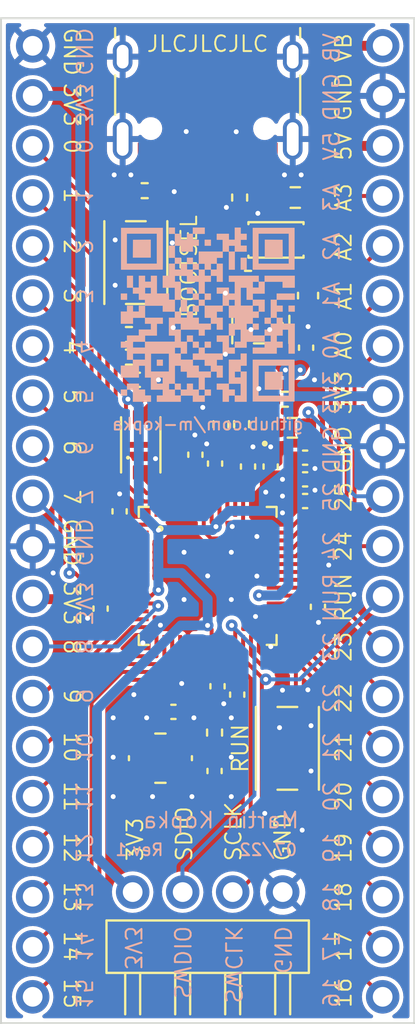
<source format=kicad_pcb>
(kicad_pcb (version 20211014) (generator pcbnew)
  (layers (0 "F.Cu" signal) (31 "B.Cu" signal) (34 "B.Paste" user) (35 "F.Paste" user) (36 "B.SilkS" user "B.Silkscreen") (37 "F.SilkS" user "F.Silkscreen") (38 "B.Mask" user) (39 "F.Mask" user) (44 "Edge.Cuts" user))
  (net 0 "")
  (net 1 "+5V")
  (net 2 "GND")
  (net 3 "+3V3")
  (net 4 "+1V1")
  (net 5 "Net-(C16-Pad1)")
  (net 6 "/MCU and Flash/GPIO0")
  (net 7 "/MCU and Flash/GPIO1")
  (net 8 "/MCU and Flash/GPIO2")
  (net 9 "/MCU and Flash/GPIO3")
  (net 10 "/MCU and Flash/GPIO4")
  (net 11 "/MCU and Flash/GPIO5")
  (net 12 "/MCU and Flash/GPIO6")
  (net 13 "/MCU and Flash/GPIO7")
  (net 14 "VBUS")
  (net 15 "USB_D+")
  (net 16 "USB_D-")
  (net 17 "/MCU and Flash/SWDIO")
  (net 18 "/MCU and Flash/SWCLK")
  (net 19 "Net-(R4-Pad1)")
  (net 20 "/MCU and Flash/GPIO25")
  (net 21 "/MCU and Flash/GPIO22")
  (net 22 "/MCU and Flash/GPIO23")
  (net 23 "Net-(R6-Pad1)")
  (net 24 "/MCU and Flash/GPIO15")
  (net 25 "/MCU and Flash/GPIO14")
  (net 26 "/MCU and Flash/GPIO13")
  (net 27 "/MCU and Flash/GPIO12")
  (net 28 "/MCU and Flash/GPIO11")
  (net 29 "/MCU and Flash/GPIO10")
  (net 30 "/MCU and Flash/GPIO9")
  (net 31 "/MCU and Flash/GPIO8")
  (net 32 "/MCU and Flash/GPIO21")
  (net 33 "/MCU and Flash/GPIO20")
  (net 34 "/MCU and Flash/GPIO19")
  (net 35 "/MCU and Flash/GPIO18")
  (net 36 "/MCU and Flash/GPIO17")
  (net 37 "/MCU and Flash/GPIO16")
  (net 38 "/MCU and Flash/ADC3")
  (net 39 "/MCU and Flash/ADC2")
  (net 40 "/MCU and Flash/ADC1")
  (net 41 "/MCU and Flash/ADC0")
  (net 42 "Net-(R5-Pad1)")
  (net 45 "Net-(J1-PadA5)")
  (net 46 "Net-(D1-Pad1)")
  (net 47 "/MCU and Flash/GPIO24")
  (net 48 "/MCU and Flash/QSPI_SS")
  (net 49 "/MCU and Flash/QSPI_SD1")
  (net 50 "/MCU and Flash/QSPI_SD2")
  (net 51 "/MCU and Flash/QSPI_SD0")
  (net 52 "/MCU and Flash/QSPI_SCLK")
  (net 53 "/MCU and Flash/QSPI_SD3")
  (net 54 "Net-(C15-Pad1)")
  (net 57 "Net-(D1-Pad2)")
  (net 58 "Net-(LED1-Pad1)")
  (net 59 "Net-(J1-PadB5)")
  (net 60 "/MCU and Flash/~{USB_BOOT}")
  (net 61 "/MCU and Flash/~{RUN}")
  (footprint "Resistor_SMD:R_0402_1005Metric" (layer "F.Cu") (at 151.175 90.61 90)
    (fp_text reference "R5" hide)
    (fp_text value "27R" hide)
  )
  (footprint "w-diode:SOD-123LF" (layer "F.Cu") (at 153.97 81.25)
    (fp_text reference "D1" hide)
    (fp_text value "BAT54H" hide)
  )
  (footprint "Capacitor_SMD:C_0402_1005Metric" (layer "F.Cu") (at 155.45 94.5)
    (fp_text reference "C5" hide)
    (fp_text value "100n" hide)
  )
  (footprint "Capacitor_SMD:C_0402_1005Metric" (layer "F.Cu") (at 148.76 105.2)
    (fp_text reference "C16" hide)
    (fp_text value "12p" hide)
  )
  (footprint "Resistor_SMD:R_0402_1005Metric" (layer "F.Cu") (at 154.4225 89.335 180)
    (fp_text reference "R7" hide)
    (fp_text value "1k" hide)
  )
  (footprint "Capacitor_SMD:C_0402_1005Metric" (layer "F.Cu") (at 155.45 92.3)
    (fp_text reference "C11" hide)
    (fp_text value "100n" hide)
  )
  (footprint "Capacitor_SMD:C_0603_1608Metric" (layer "F.Cu") (at 155.6 84.075 -90)
    (fp_text reference "C1" hide)
    (fp_text value "10u" hide)
  )
  (footprint "Connector_PinHeader_2.54mm:PinHeader_1x04_P2.54mm_Horizontal" (layer "F.Cu") (at 154.31 114.345 -90)
    (fp_text reference "J4" hide)
    (fp_text value "DEBUG" hide)
  )
  (footprint "Capacitor_SMD:C_0402_1005Metric" (layer "F.Cu") (at 153.7 92.75 90)
    (fp_text reference "C3" hide)
    (fp_text value "1u" hide)
  )
  (footprint "Resistor_SMD:R_0402_1005Metric" (layer "F.Cu") (at 152.225 90.6 90)
    (fp_text reference "R6" hide)
    (fp_text value "27R" hide)
  )
  (footprint "Resistor_SMD:R_0402_1005Metric" (layer "F.Cu") (at 152.125 79.1 -90)
    (fp_text reference "R2" hide)
    (fp_text value "5k1" hide)
  )
  (footprint "Capacitor_SMD:C_0402_1005Metric" (layer "F.Cu") (at 149.875 92.15 90)
    (fp_text reference "C14" hide)
    (fp_text value "100n" hide)
  )
  (footprint "Resistor_SMD:R_0402_1005Metric" (layer "F.Cu") (at 146.5 87.2)
    (fp_text reference "R8" hide)
    (fp_text value "10k" hide)
  )
  (footprint "w-ic:QFN-56 7x7mm P0.4mm" (layer "F.Cu") (at 150.5 98.3)
    (fp_text reference "U2" hide)
    (fp_text value "RP2040" hide)
  )
  (footprint "Resistor_SMD:R_0402_1005Metric" (layer "F.Cu") (at 147.3 78.75 180)
    (fp_text reference "R1" hide)
    (fp_text value "5k1" hide)
  )
  (footprint "w-opto:LED 0603" (layer "F.Cu") (at 154.8 90.785)
    (fp_text reference "LED1" hide)
    (fp_text value "USR_LED" hide)
  )
  (footprint "Capacitor_SMD:C_0402_1005Metric" (layer "F.Cu") (at 150.85 108.2 -90)
    (fp_text reference "C15" hide)
    (fp_text value "12p" hide)
  )
  (footprint "w-switch:Tactile Switch 4.2x3.2mm" (layer "F.Cu") (at 146.85 82.4 -90)
    (fp_text reference "SW1" hide)
    (fp_text value "BOOTSEL" hide)
  )
  (footprint "Capacitor_SMD:C_0402_1005Metric" (layer "F.Cu") (at 146.95 88.35)
    (fp_text reference "C17" hide)
    (fp_text value "100n" hide)
  )
  (footprint "Resistor_SMD:R_0402_1005Metric" (layer "F.Cu") (at 150.85 106.25 -90)
    (fp_text reference "R4" hide)
    (fp_text value "1k" hide)
  )
  (footprint "Capacitor_SMD:C_0402_1005Metric" (layer "F.Cu") (at 151 103.9 -90)
    (fp_text reference "C8" hide)
    (fp_text value "100n" hide)
  )
  (footprint "w-crystal:Crystal 3225 3.2x2.5mm 4pin" (layer "F.Cu") (at 148.1 107.55 180)
    (fp_text reference "Y1" hide)
    (fp_text value "12MHz" hide)
  )
  (footprint "w-connector:USB4105" (layer "F.Cu") (at 150.5 73.4 180)
    (fp_text reference "J1" hide)
    (fp_text value "USB4105" hide)
  )
  (footprint "Capacitor_SMD:C_0402_1005Metric" (layer "F.Cu") (at 155.5 86.72 90)
    (fp_text reference "C2" hide)
    (fp_text value "1u" hide)
  )
  (footprint "w-ic:USON-8 2x3mm" (layer "F.Cu") (at 147.1 91.65 90)
    (fp_text reference "U3" hide)
    (fp_text value "W25Q16JV" hide)
  )
  (footprint "Capacitor_SMD:C_0402_1005Metric" (layer "F.Cu") (at 146.025 95.025 90)
    (fp_text reference "C9" hide)
    (fp_text value "100n" hide)
  )
  (footprint "w-switch:Tactile Switch 4.2x3.2mm" (layer "F.Cu") (at 154.55 107.05 90)
    (fp_text reference "SW2" hide)
    (fp_text value "RUN" hide)
  )
  (footprint "Capacitor_SMD:C_0402_1005Metric" (layer "F.Cu") (at 145.06 99.96 -90)
    (fp_text reference "C6" hide)
    (fp_text value "100n" hide)
  )
  (footprint "Resistor_SMD:R_0402_1005Metric" (layer "F.Cu") (at 146.5 86.05)
    (fp_text reference "R9" hide)
    (fp_text value "1k" hide)
  )
  (footprint "Capacitor_SMD:C_0402_1005Metric" (layer "F.Cu") (at 152 104.325 -90)
    (fp_text reference "C13" hide)
    (fp_text value "100n" hide)
  )
  (footprint "Capacitor_SMD:C_0402_1005Metric" (layer "F.Cu") (at 156.1 99.87 -90)
    (fp_text reference "C7" hide)
    (fp_text value "100n" hide)
  )
  (footprint "Capacitor_SMD:C_0402_1005Metric" (layer "F.Cu") (at 152.55 92.75 90)
    (fp_text reference "C12" hide)
    (fp_text value "1u" hide)
  )
  (footprint "Resistor_SMD:R_0603_1608Metric" (layer "F.Cu") (at 154.95 79.1)
    (fp_text reference "F1" hide)
    (fp_text value "200mA" hide)
  )
  (footprint "w-ic:SOT-23-5L" (layer "F.Cu") (at 153.2 85.8 -90)
    (fp_text reference "U1" hide)
    (fp_text value "TLV743P" hide)
  )
  (footprint "Resistor_SMD:R_0402_1005Metric" (layer "F.Cu") (at 152.55 83.2)
    (fp_text reference "FB1" hide)
    (fp_text value "100 @ 100MHz" hide)
  )
  (footprint "Capacitor_SMD:C_0402_1005Metric" (layer "F.Cu") (at 150.875 92.6 90)
    (fp_text reference "C4" hide)
    (fp_text value "100n" hide)
  )
  (footprint "Capacitor_SMD:C_0402_1005Metric" (layer "F.Cu") (at 155.45 93.4)
    (fp_text reference "C10" hide)
    (fp_text value "100n" hide)
  )
  (footprint "Connector_PinHeader_2.54mm:PinHeader_1x20_P2.54mm_Vertical" (layer "B.Cu") (at 159.39 71.4 180)
    (fp_text reference "J3" hide)
    (fp_text value "HEADER" hide)
  )
  (footprint "Connector_PinHeader_2.54mm:PinHeader_1x20_P2.54mm_Vertical" (layer "B.Cu") (at 141.61 71.4 180)
    (fp_text reference "J2" hide)
    (fp_text value "HEADER" hide)
  )
  (footprint "LOGO" (layer "B.Cu") (at 150.5 85.05 180)
    (fp_text reference "G***" hide)
    (fp_text value "LOGO" hide)
  )
  (gr_line (start 140 121) (end 140 70) (layer "Edge.Cuts") (width 0.1))
  (gr_line (start 161 70) (end 161 121) (layer "Edge.Cuts") (width 0.1))
  (gr_line (start 161 121) (end 140 121) (layer "Edge.Cuts") (width 0.1))
  (gr_line (start 140 70) (end 161 70) (layer "Edge.Cuts") (width 0.1))
  (gr_text "SWCLK" (at 151.8 116 270) (layer "B.SilkS") (effects (font (size 0.8 0.8) (thickness 0.1)) (justify right mirror)))
  (gr_text "3" (at 144.2 84.1 -90) (layer "B.SilkS") (effects (font (size 0.8 0.8) (thickness 0.1)) (justify mirror)))
  (gr_text "A3" (at 156.8 79.1 90) (layer "B.SilkS") (effects (font (size 0.8 0.8) (thickness 0.1)) (justify mirror)))
  (gr_text "6" (at 144.2 91.8 270) (layer "B.SilkS") (effects (font (size 0.8 0.8) (thickness 0.1)) (justify mirror)))
  (gr_text "11" (at 144.2 109.5 -90) (layer "B.SilkS") (effects (font (size 0.8 0.8) (thickness 0.1)) (justify mirror)))
  (gr_text "7" (at 144.2 94.3 -90) (layer "B.SilkS") (effects (font (size 0.8 0.8) (thickness 0.1)) (justify mirror)))
  (gr_text "8" (at 144.2 101.9 -90) (layer "B.SilkS") (effects (font (size 0.8 0.8) (thickness 0.1)) (justify mirror)))
  (gr_text "3V3" (at 144.2 74.4 -90) (layer "B.SilkS") (effects (font (size 0.8 0.8) (thickness 0.1)) (justify mirror)))
  (gr_text "GND" (at 144.2 96.6 -90) (layer "B.SilkS") (effects (font (size 0.8 0.8) (thickness 0.1)) (justify mirror)))
  (gr_text "RUN" (at 156.8 99.4 90) (layer "B.SilkS") (effects (font (size 0.8 0.8) (thickness 0.1)) (justify mirror)))
  (gr_text "17" (at 156.8 117.1 90) (layer "B.SilkS") (effects (font (size 0.8 0.8) (thickness 0.1)) (justify mirror)))
  (gr_text "GND" (at 156.8 74 90) (layer "B.SilkS") (effects (font (size 0.8 0.8) (thickness 0.1)) (justify mirror)))
  (gr_text "9" (at 144.2 104.4 -90) (layer "B.SilkS") (effects (font (size 0.8 0.8) (thickness 0.1)) (justify mirror)))
  (gr_text "10" (at 144.2 107 -90) (layer "B.SilkS") (effects (font (size 0.8 0.8) (thickness 0.1)) (justify mirror)))
  (gr_text "SWDIO" (at 149.2 116 270) (layer "B.SilkS") (effects (font (size 0.8 0.8) (thickness 0.1)) (justify right mirror)))
  (gr_text "A0" (at 156.8 86.6 90) (layer "B.SilkS") (effects (font (size 0.8 0.8) (thickness 0.1)) (justify mirror)))
  (gr_text "5V" (at 156.8 76.5 90) (layer "B.SilkS") (effects (font (size 0.8 0.8) (thickness 0.1)) (justify mirror)))
  (gr_text "5" (at 144.2 89.2 -90) (layer "B.SilkS") (effects (font (size 0.8 0.8) (thickness 0.1)) (justify mirror)))
  (gr_text "Martin Kopka" (at 155.2 110.7) (layer "B.SilkS") (effects (font (size 0.8 0.8) (thickness 0.1)) (justify left mirror)))
  (gr_text "22" (at 156.8 104.5 90) (layer "B.SilkS") (effects (font (size 0.8 0.8) (thickness 0.1)) (justify mirror)))
  (gr_text "25" (at 156.8 94.3 90) (layer "B.SilkS") (effects (font (size 0.8 0.8) (thickness 0.1)) (justify mirror)))
  (gr_text "A1" (at 156.8 84.1 90) (layer "B.SilkS") (effects (font (size 0.8 0.8) (thickness 0.1)) (justify mirror)))
  (gr_text "21" (at 156.8 107 90) (layer "B.SilkS") (effects (font (size 0.8 0.8) (thickness 0.1)) (justify mirror)))
  (gr_text "24" (at 156.8 96.8 90) (layer "B.SilkS") (effects (font (size 0.8 0.8) (thickness 0.1)) (justify mirror)))
  (gr_text "20" (at 156.8 109.5 90) (layer "B.SilkS") (effects (font (size 0.8 0.8) (thickness 0.1)) (justify mirror)))
  (gr_text "4" (at 144.2 86.7 -90) (layer "B.SilkS") (effects (font (size 0.8 0.8) (thickness 0.1)) (justify mirror)))
  (gr_text "github.com/m-kopka" (at 150.5 90.6) (layer "B.SilkS") (effects (font (size 0.6 0.6) (thickness 0.1)) (justify mirror)))
  (gr_text "14" (at 144.2 117.1 -90) (layer "B.SilkS") (effects (font (size 0.8 0.8) (thickness 0.1)) (justify mirror)))
  (gr_text "VB" (at 156.8 71.5 90) (layer "B.SilkS") (effects (font (size 0.8 0.8) (thickness 0.1)) (justify mirror)))
  (gr_text "3V3" (at 146.7 116 270) (layer "B.SilkS") (effects (font (size 0.8 0.8) (thickness 0.1)) (justify right mirror)))
  (gr_text "07/22" (at 155.1 112.2) (layer "B.SilkS") (effects (font (size 0.6 0.6) (thickness 0.1)) (justify left mirror)))
  (gr_text "12" (at 144.2 112.1 -90) (layer "B.SilkS") (effects (font (size 0.8 0.8) (thickness 0.1)) (justify mirror)))
  (gr_text "23" (at 156.8 101.9 90) (layer "B.SilkS") (effects (font (size 0.8 0.8) (thickness 0.1)) (justify mirror)))
  (gr_text "3V3" (at 144.2 99.7 -90) (layer "B.SilkS") (effects (font (size 0.8 0.8) (thickness 0.1)) (justify mirror)))
  (gr_text "16" (at 156.8 119.45 90) (layer "B.SilkS") (effects (font (size 0.8 0.8) (thickness 0.1)) (justify mirror)))
  (gr_text "18" (at 156.8 114.6 90) (layer "B.SilkS") (effects (font (size 0.8 0.8) (thickness 0.1)) (justify mirror)))
  (gr_text "13" (at 144.2 114.6 -90) (layer "B.SilkS") (effects (font (size 0.8 0.8) (thickness 0.1)) (justify mirror)))
  (gr_text "GND" (at 156.8 91.9 90) (layer "B.SilkS") (effects (font (size 0.8 0.8) (thickness 0.1)) (justify mirror)))
  (gr_text "0" (at 144.2 76.5 -90) (layer "B.SilkS") (effects (font (size 0.8 0.8) (thickness 0.1)) (justify mirror)))
  (gr_text "2" (at 144.2 81.6 -90) (layer "B.SilkS") (effects (font (size 0.8 0.8) (thickness 0.1)) (justify mirror)))
  (gr_text "3V3" (at 156.8 89 90) (layer "B.SilkS") (effects (font (size 0.8 0.8) (thickness 0.1)) (justify mirror)))
  (gr_text "Rev.1" (at 145.75 112.2) (layer "B.SilkS") (effects (font (size 0.6 0.6) (thickness 0.1)) (justify right mirror)))
  (gr_text "15" (at 144.2 119.5 -90) (layer "B.SilkS") (effects (font (size 0.8 0.8) (thickness 0.1)) (justify mirror)))
  (gr_text "A2" (at 156.8 81.6 90) (layer "B.SilkS") (effects (font (size 0.8 0.8) (thickness 0.1)) (justify mirror)))
  (gr_text "19" (at 156.8 112.1 90) (layer "B.SilkS") (effects (font (size 0.8 0.8) (thickness 0.1)) (justify mirror)))
  (gr_text "GND" (at 154.3 116 270) (layer "B.SilkS") (effects (font (size 0.8 0.8) (thickness 0.1)) (justify right mirror)))
  (gr_text "GND" (at 144.2 71.7 -90) (layer "B.SilkS") (effects (font (size 0.8 0.8) (thickness 0.1)) (justify mirror)))
  (gr_text "1" (at 144.2 79 -90) (layer "B.SilkS") (effects (font (size 0.8 0.8) (thickness 0.1)) (justify mirror)))
  (gr_text "20" (at 157.4 109.5 90) (layer "F.SilkS") (effects (font (size 0.8 0.8) (thickness 0.1))))
  (gr_text "A1" (at 157.4 84.1 90) (layer "F.SilkS") (effects (font (size 0.8 0.8) (thickness 0.1))))
  (gr_text "SCLK" (at 151.81 112.845 90) (layer "F.SilkS") (effects (font (size 0.8 0.8) (thickness 0.1)) (justify left)))
  (gr_text "RUN" (at 152.15 107.05 90) (layer "F.SilkS") (effects (font (size 0.8 0.8) (thickness 0.1))))
  (gr_text "5V" (at 157.4 76.5 90) (layer "F.SilkS") (effects (font (size 0.8 0.8) (thickness 0.1))))
  (gr_text "12" (at 143.6 112.1 270) (layer "F.SilkS") (effects (font (size 0.8 0.8) (thickness 0.1))))
  (gr_text "GND" (at 143.6 71.7 270) (layer "F.SilkS") (effects (font (size 0.8 0.8) (thickness 0.1))))
  (gr_text "25" (at 157.4 94.3 90) (layer "F.SilkS") (effects (font (size 0.8 0.8) (thickness 0.1))))
  (gr_text "GND" (at 157.4 74 90) (layer "F.SilkS") (effects (font (size 0.8 0.8) (thickness 0.1))))
  (gr_text "24" (at 157.4 96.8 90) (layer "F.SilkS") (effects (font (size 0.8 0.8) (thickness 0.1))))
  (gr_text "GND" (at 154.31 112.845 90) (layer "F.SilkS") (effects (font (size 0.8 0.8) (thickness 0.1)) (justify left)))
  (gr_text "2" (at 143.6 81.6 270) (layer "F.SilkS") (effects (font (size 0.8 0.8) (thickness 0.1))))
  (gr_text "0" (at 143.6 76.5 270) (layer "F.SilkS") (effects (font (size 0.8 0.8) (thickness 0.1))))
  (gr_text "RUN" (at 157.4 99.4 90) (layer "F.SilkS") (effects (font (size 0.8 0.8) (thickness 0.1))))
  (gr_text "23" (at 157.4 101.9 90) (layer "F.SilkS") (effects (font (size 0.8 0.8) (thickness 0.1))))
  (gr_text "16" (at 157.4 119.45 90) (layer "F.SilkS") (effects (font (size 0.8 0.8) (thickness 0.1))))
  (gr_text "3V3" (at 157.4 89 90) (layer "F.SilkS") (effects (font (size 0.8 0.8) (thickness 0.1))))
  (gr_text "9" (at 143.6 104.4 270) (layer "F.SilkS") (effects (font (size 0.8 0.8) (thickness 0.1))))
  (gr_text "3" (at 143.6 84.1 270) (layer "F.SilkS") (effects (font (size 0.8 0.8) (thickness 0.1))))
  (gr_text "4" (at 143.6 86.7 270) (layer "F.SilkS") (effects (font (size 0.8 0.8) (thickness 0.1))))
  (gr_text "7" (at 143.6 94.3 270) (layer "F.SilkS") (effects (font (size 0.8 0.8) (thickness 0.1))))
  (gr_text "A0" (at 157.4 86.6 90) (layer "F.SilkS") (effects (font (size 0.8 0.8) (thickness 0.1))))
  (gr_text "11" (at 143.6 109.5 270) (layer "F.SilkS") (effects (font (size 0.8 0.8) (thickness 0.1))))
  (gr_text "JLCJLCJLC" (at 150.5 71.3) (layer "F.SilkS") (effects (font (size 0.8 0.8) (thickness 0.1))))
  (gr_text "GND" (at 143.6 96.6 270) (layer "F.SilkS") (effects (font (size 0.8 0.8) (thickness 0.1))))
  (gr_text "A3" (at 157.4 79.1 90) (layer "F.SilkS") (effects (font (size 0.8 0.8) (thickness 0.1))))
  (gr_text "18" (at 157.4 114.6 90) (layer "F.SilkS") (effects (font (size 0.8 0.8) (thickness 0.1))))
  (gr_text "8" (at 143.6 101.9 270) (layer "F.SilkS") (effects (font (size 0.8 0.8) (thickness 0.1))))
  (gr_text "3V3" (at 143.6 74.4 270) (layer "F.SilkS") (effects (font (size 0.8 0.8) (thickness 0.1))))
  (gr_text "10" (at 143.6 107 270) (layer "F.SilkS") (effects (font (size 0.8 0.8) (thickness 0.1))))
  (gr_text "14" (at 143.6 117.1 270) (layer "F.SilkS") (effects (font (size 0.8 0.8) (thickness 0.1))))
  (gr_text "1" (at 143.6 79 270) (layer "F.SilkS") (effects (font (size 0.8 0.8) (thickness 0.1))))
  (gr_text "22" (at 157.4 104.5 90) (layer "F.SilkS") (effects (font (size 0.8 0.8) (thickness 0.1))))
  (gr_text "17" (at 157.4 117.1 90) (layer "F.SilkS") (effects (font (size 0.8 0.8) (thickness 0.1))))
  (gr_text "15" (at 143.6 119.5 270) (layer "F.SilkS") (effects (font (size 0.8 0.8) (thickness 0.1))))
  (gr_text "13" (at 143.6 114.6 270) (layer "F.SilkS") (effects (font (size 0.8 0.8) (thickness 0.1))))
  (gr_text "VB" (at 157.4 71.5 90) (layer "F.SilkS") (effects (font (size 0.8 0.8) (thickness 0.1))))
  (gr_text "19" (at 157.4 112.1 90) (layer "F.SilkS") (effects (font (size 0.8 0.8) (thickness 0.1))))
  (gr_text "A2" (at 157.4 81.6 90) (layer "F.SilkS") (effects (font (size 0.8 0.8) (thickness 0.1))))
  (gr_text "3V3" (at 146.81 112.845 90) (layer "F.SilkS") (effects (font (size 0.8 0.8) (thickness 0.1)) (justify left)))
  (gr_text "21" (at 157.4 107 90) (layer "F.SilkS") (effects (font (size 0.8 0.8) (thickness 0.1))))
  (gr_text "BOOTSEL" (at 149.55 82.6 90) (layer "F.SilkS") (effects (font (size 0.8 0.8) (thickness 0.1))))
  (gr_text "3V3" (at 143.6 99.7 270) (layer "F.SilkS") (effects (font (size 0.8 0.8) (thickness 0.1))))
  (gr_text "SDIO" (at 149.31 112.845 90) (layer "F.SilkS") (effects (font (size 0.8 0.8) (thickness 0.1)) (justify left)))
  (gr_text "GND" (at 157.4 91.9 90) (layer "F.SilkS") (effects (font (size 0.8 0.8) (thickness 0.1))))
  (gr_text "5" (at 143.6 89.2 270) (layer "F.SilkS") (effects (font (size 0.8 0.8) (thickness 0.1))))
  (gr_text "6" (at 143.6 91.8 270) (layer "F.SilkS") (effects (font (size 0.8 0.8) (thickness 0.1))))
  (segment (start 155.6 83.3) (end 155.8 83.5) (width 0.5) (layer "F.Cu") (net 1))
  (segment (start 157.2 82.3) (end 157.2 77.16) (width 0.5) (layer "F.Cu") (net 1))
  (segment (start 156.375 83.125) (end 157.2 82.3) (width 0.5) (layer "F.Cu") (net 1))
  (segment (start 155.6 83.125) (end 156.375 83.125) (width 0.5) (layer "F.Cu") (net 1))
  (segment (start 153.1 83.2) (end 153.11 83.2) (width 0.2) (layer "F.Cu") (net 1))
  (segment (start 152.25 84.05) (end 153.1 83.2) (width 0.2) (layer "F.Cu") (net 1))
  (segment (start 157.88 76.48) (end 159.39 76.48) (width 0.5) (layer "F.Cu") (net 1))
  (segment (start 152.25 84.65) (end 152.25 84.05) (width 0.2) (layer "F.Cu") (net 1))
  (segment (start 157.2 77.16) (end 157.88 76.48) (width 0.5) (layer "F.Cu") (net 1))
  (segment (start 155.8 83.5) (end 156 83.5) (width 0.5) (layer "F.Cu") (net 1))
  (segment (start 156 83.5) (end 156.375 83.125) (width 0.5) (layer "F.Cu") (net 1))
  (via (at 147.4 105.5) (size 0.6) (drill 0.25) (layers "F.Cu" "B.Cu") (net 2))
  (via (at 148.1 100.8) (size 0.6) (drill 0.25) (layers "F.Cu" "B.Cu") (net 2))
  (via (at 152.7 85.8) (size 0.6) (drill 0.25) (layers "F.Cu" "B.Cu") (net 2))
  (via (at 148 88.35) (size 0.6) (drill 0.25) (layers "F.Cu" "B.Cu") (net 2))
  (via (at 151.7 97.1) (size 0.6) (drill 0.25) (layers "F.Cu" "B.Cu") (net 2))
  (via (at 149.41 75.75) (size 0.6) (drill 0.25) (layers "F.Cu" "B.Cu") (net 2))
  (via (at 145.8 81.25) (size 0.6) (drill 0.25) (layers "F.Cu" "B.Cu") (net 2))
  (via (at 148.75 85.7) (size 0.6) (drill 0.25) (layers "F.Cu" "B.Cu") (net 2))
  (via (at 150.45 91.6) (size 0.6) (drill 0.25) (layers "F.Cu" "B.Cu") (net 2))
  (via (at 145.75 77.95) (size 0.6) (drill 0.25) (layers "F.Cu" "B.Cu") (net 2))
  (via (at 151.7 107.5) (size 0.6) (drill 0.25) (layers "F.Cu" "B.Cu") (net 2))
  (via (at 155.59 104.08) (size 0.6) (drill 0.25) (layers "F.Cu" "B.Cu") (net 2))
  (via (at 151.746532 95.794279) (size 0.6) (drill 0.25) (layers "F.Cu" "B.Cu") (net 2))
  (via (at 155.75 108.2) (size 0.6) (drill 0.25) (layers "F.Cu" "B.Cu") (net 2))
  (via (at 153.7 91.75) (size 0.6) (drill 0.25) (layers "F.Cu" "B.Cu") (net 2))
  (via (at 147.85 92.35) (size 0.6) (drill 0.25) (layers "F.Cu" "B.Cu") (net 2))
  (via (at 153.705189 101.887355) (size 0.6) (drill 0.25) (layers "F.Cu" "B.Cu") (net 2))
  (via (at 154.3 104.1) (size 0.6) (drill 0.25) (layers "F.Cu" "B.Cu") (net 2))
  (via (at 149.85 91.15) (size 0.6) (drill 0.25) (layers "F.Cu" "B.Cu") (net 2))
  (via (at 153.4 110.35) (size 0.6) (drill 0.25) (layers "F.Cu" "B.Cu") (net 2))
  (via (at 146.6 77.95) (size 0.6) (drill 0.25) (layers "F.Cu" "B.Cu") (net 2))
  (via (at 155.3 111.2) (size 0.6) (drill 0.25) (layers "F.Cu" "B.Cu") (net 2))
  (via (at 151.45 79.6) (size 0.6) (drill 0.25) (layers "F.Cu" "B.Cu") (net 2))
  (via (at 155.925 88.35) (size 0.6) (drill 0.25) (layers "F.Cu" "B.Cu") (net 2))
  (via (at 144.4 100.45) (size 0.6) (drill 0.25) (layers "F.Cu" "B.Cu") (net 2))
  (via (at 151.4 83.95) (size 0.6) (drill 0.25) (layers "F.Cu" "B.Cu") (net 2))
  (via (at 145.7 109.5) (size 0.6) (drill 0.25) (layers "F.Cu" "B.Cu") (net 2))
  (via (at 146.026114 94.138942) (size 0.6) (drill 0.25) (layers "F.Cu" "B.Cu") (net 2))
  (via (at 153.1 88.8) (size 0.6) (drill 0.25) (layers "F.Cu" "B.Cu") (net 2))
  (via (at 149.8 105.5) (size 0.6) (drill 0.25) (layers "F.Cu" "B.Cu") (net 2))
  (via (at 151.7 105.5) (size 0.6) (drill 0.25) (layers "F.Cu" "B.Cu") (net 2))
  (via (at 151.317333 104.786074) (size 0.6) (drill 0.25) (layers "F.Cu" "B.Cu") (net 2))
  (via (at 147.7 109.5) (size 0.6) (drill 0.25) (layers "F.Cu" "B.Cu") (net 2))
  (via (at 147.20854 101.7) (size 0.6) (drill 0.25) (layers "F.Cu" "B.Cu") (net 2))
  (via (at 142.65 98.15) (size 0.6) (drill 0.25) (layers "F.Cu" "B.Cu") (net 2))
  (via (at 145.7 105.5) (size 0.6) (drill 0.25) (layers "F.Cu" "B.Cu") (net 2))
  (via (at 149.7 109.5) (size 0.6) (drill 0.25) (layers "F.Cu" "B.Cu") (net 2))
  (via (at 155.95 93.95) (size 0.6) (drill 0.25) (layers "F.Cu" "B.Cu") (net 2))
  (via (at 155.95 92.85) (size 0.6) (drill 0.25) (layers "F.Cu" "B.Cu") (net 2))
  (via (at 149.3 99.5) (size 0.6) (drill 0.25) (layers "F.Cu" "B.Cu") (net 2))
  (via (at 154.4 77.95) (size 0.6) (drill 0.25) (layers "F.Cu" "B.Cu") (net 2))
  (via (at 153 98.31) (size 0.6) (drill 0.25) (layers "F.Cu" "B.Cu") (net 2))
  (via (at 151.7 99.5) (size 0.6) (drill 0.25) (layers "F.Cu" "B.Cu") (net 2))
  (via (at 156.65 97.75) (size 0.6) (drill 0.25) (layers "F.Cu" "B.Cu") (net 2))
  (via (at 149.3 97.1) (size 0.6) (drill 0.25) (layers "F.Cu" "B.Cu") (net 2))
  (via (at 151.4 87.05) (size 0.6) (drill 0.25) (layers "F.Cu" "B.Cu") (net 2))
  (via (at 157.93 99.24) (size 0.6) (drill 0.25) (layers "F.Cu" "B.Cu") (net 2))
  (via (at 151.7 109.5) (size 0.6) (drill 0.25) (layers "F.Cu" "B.Cu") (net 2))
  (via (at 148.7 81.4) (size 0.6) (drill 0.25) (layers "F.Cu" "B.Cu") (net 2))
  (via (at 148.8 78.8) (size 0.6) (drill 0.25) (layers "F.Cu" "B.Cu") (net 2))
  (via (at 153.65 85.8) (size 0.6) (drill 0.25) (layers "F.Cu" "B.Cu") (net 2))
  (via (at 153.05 79.9) (size 0.6) (drill 0.25) (layers "F.Cu" "B.Cu") (net 2))
  (via (at 153 96.3) (size 0.6) (drill 0.25) (layers "F.Cu" "B.Cu") (net 2))
  (via (at 155.75 105.9) (size 0.6) (drill 0.25) (layers "F.Cu" "B.Cu") (net 2))
  (via (at 150.25 89.75) (size 0.6) (drill 0.25) (layers "F.Cu" "B.Cu") (net 2))
  (via (at 152.8 91.75) (size 0.6) (drill 0.25) (layers "F.Cu" "B.Cu") (net 2))
  (via (at 155.6 85.65) (size 0.6) (drill 0.25) (layers "F.Cu" "B.Cu") (net 2))
  (via (at 145.7 107.5) (size 0.6) (drill 0.25) (layers "F.Cu" "B.Cu") (net 2))
  (via (at 152.93 100.36) (size 0.6) (drill 0.25) (layers "F.Cu" "B.Cu") (net 2))
  (via (at 156.13 100.66) (size 0.6) (drill 0.25) (layers "F.Cu" "B.Cu") (net 2))
  (via (at 149.18 103.76) (size 0.6) (drill 0.25) (layers "F.Cu" "B.Cu") (net 2))
  (via (at 154.15 106) (size 0.6) (drill 0.25) (layers "F.Cu" "B.Cu") (net 2))
  (via (at 155.25 77.95) (size 0.6) (drill 0.25) (layers "F.Cu" "B.Cu") (net 2))
  (via (at 151.95 75.76) (size 0.6) (drill 0.25) (layers "F.Cu" "B.Cu") (net 2))
  (via (at 146.75 104.325) (size 0.6) (drill 0.25) (layers "F.Cu" "B.Cu") (net 2))
  (via (at 145.8 83.55) (size 0.6) (drill 0.25) (layers "F.Cu" "B.Cu") (net 2))
  (via (at 150.5 98.3) (size 0.6) (drill 0.25) (layers "F.Cu" "B.Cu") (net 2))
  (segment (start 146.47 87.74) (end 147.01 87.2) (width 0.2) (layer "F.Cu") (net 3))
  (segment (start 151 103) (end 151 103.42) (width 0.2) (layer "F.Cu") (net 3))
  (segment (start 150.7 93.85) (end 150.7 93.28) (width 0.2) (layer "F.Cu") (net 3))
  (segment (start 150.7 102.7) (end 151 103) (width 0.2) (layer "F.Cu") (net 3))
  (segment (start 150.92 95.80098) (end 150.7 95.58098) (width 0.2) (layer "F.Cu") (net 3))
  (segment (start 147.0625 95.7) (end 146.22 95.7) (width 0.2) (layer "F.Cu") (net 3))
  (segment (start 147.0625 99.3) (end 145.24 99.3) (width 0.2) (layer "F.Cu") (net 3))
  (segment (start 145.06 99.48) (end 141.75 99.48) (width 0.5) (layer "F.Cu") (net 3))
  (segment (start 145.24 99.3) (end 145.06 99.48) (width 0.2) (layer "F.Cu") (net 3))
  (segment (start 153.9375 99.3) (end 156.1 99.3) (width 0.2) (layer "F.Cu") (net 3))
  (segment (start 147.998124 99.017788) (end 147.928488 99.017788) (width 0.2) (layer "F.Cu") (net 3))
  (segment (start 146.45 88.37) (end 146.47 88.35) (width 0.2) (layer "F.Cu") (net 3))
  (segment (start 147.646276 99.3) (end 147.0625 99.3) (width 0.2) (layer "F.Cu") (net 3))
  (segment (start 151.1 94.8625) (end 151.1 93.8) (width 0.2) (layer "F.Cu") (net 3))
  (segment (start 146.47 88.35) (end 146.47 87.74) (width 0.2) (layer "F.Cu") (net 3))
  (segment (start 146.35 89.2) (end 146.35 90.1) (width 0.2) (layer "F.Cu") (net 3))
  (segment (start 150.496044 100.813626) (end 150.7 101.017582) (width 0.2) (layer "F.Cu") (net 3))
  (segment (start 150.7 101.017582) (end 150.7 101.7375) (width 0.2) (layer "F.Cu") (net 3))
  (segment (start 150.75 93.8) (end 150.7 93.85) (width 0.2) (layer "F.Cu") (net 3))
  (segment (start 146.45 89.1) (end 146.45 88.37) (width 0.2) (layer "F.Cu") (net 3))
  (segment (start 147.0625 95.7) (end 147.722552 95.7) (width 0.2) (layer "F.Cu") (net 3))
  (segment (start 141.75 99.48) (end 141.61 99.34) (width 0.5) (layer "F.Cu") (net 3))
  (segment (start 153.113226 99.3) (end 153.102852 99.289626) (width 0.2) (layer "F.Cu") (net 3))
  (segment (start 147.928488 99.017788) (end 147.646276 99.3) (width 0.2) (layer "F.Cu") (net 3))
  (segment (start 150.7 95.58098) (end 150.7 94.8625) (width 0.2) (layer "F.Cu") (net 3))
  (segment (start 150.7 94.8625) (end 150.7 93.85) (width 0.2) (layer "F.Cu") (net 3))
  (segment (start 146.45 89.1) (end 146.35 89.2) (width 0.2) (layer "F.Cu") (net 3))
  (segment (start 146.22 95.7) (end 146.025 95.505) (width 0.2) (layer "F.Cu") (net 3))
  (segment (start 151.1 93.8) (end 150.75 93.8) (width 0.2) (layer "F.Cu") (net 3))
  (segment (start 150.7 93.28) (end 150.75 93.23) (width 0.2) (layer "F.Cu") (net 3))
  (segment (start 150.7 102.0375) (end 150.7 102.7) (width 0.2) (layer "F.Cu") (net 3))
  (segment (start 153.9375 99.3) (end 153.113226 99.3) (width 0.2) (layer "F.Cu") (net 3))
  (segment (start 147.722552 95.7) (end 147.997548 95.974996) (width 0.2) (layer "F.Cu") (net 3))
  (via (at 155.2 87.85) (size 0.6) (drill 0.25) (layers "F.Cu" "B.Cu") (net 3))
  (via (at 154.45 87.85) (size 0.6) (drill 0.25) (layers "F.Cu" "B.Cu") (net 3))
  (via (at 154.3 93.4) (size 0.6) (drill 0.25) (layers "F.Cu" "B.Cu") (net 3))
  (via (at 154.3 95.1) (size 0.6) (drill 0.25) (layers "F.Cu" "B.Cu") (net 3))
  (via (at 147.998124 99.017788) (size 0.6) (drill 0.25) (layers "F.Cu" "B.Cu") (net 3))
  (via (at 146.45 89.33) (size 0.6) (drill 0.25) (layers "F.Cu" "B.Cu") (net 3))
  (via (at 147.997548 95.974996) (size 0.6) (drill 0.25) (layers "F.Cu" "B.Cu") (net 3))
  (via (at 153.45 94.05) (size 0.6) (drill 0.25) (layers "F.Cu" "B.Cu") (net 3))
  (via (at 153.102852 99.289626) (size 0.6) (drill 0.25) (layers "F.Cu" "B.Cu") (net 3))
  (via (at 154.3 94.25) (size 0.6) (drill 0.25) (layers "F.Cu" "B.Cu") (net 3))
  (via (at 150.496044 100.813626) (size 0.6) (drill 0.25) (layers "F.Cu" "B.Cu") (net 3))
  (via (at 150.92 95.80098) (size 0.6) (drill 0.25) (layers "F.Cu" "B.Cu") (net 3))
  (segment (start 149.177452 98.152452) (end 147.997548 98.152452) (width 0.5) (layer "B.Cu") (net 3))
  (segment (start 154.38002 95.18002) (end 154.3 95.1) (width 0.3) (layer "B.Cu") (net 3))
  (segment (start 146.45 89.1) (end 147 89.65) (width 0.5) (layer "B.Cu") (net 3))
  (segment (start 151.584079 95) (end 153.55 95) (width 0.5) (layer "B.Cu") (net 3))
  (segment (start 150.92 95.664079) (end 151.584079 95) (width 0.5) (layer "B.Cu") (net 3))
  (segment (start 150.745984 95.974996) (end 150.92 95.80098) (width 0.5) (layer "B.Cu") (net 3))
  (segment (start 154.82 89.18) (end 154.6 89.4) (width 0.5) (layer "B.Cu") (net 3))
  (segment (start 150.5 100.80967) (end 150.5 99.475) (width 0.5) (layer "B.Cu") (net 3))
  (segment (start 154.82 89.18) (end 154.82 89.17) (width 0.5) (layer "B.Cu") (net 3))
  (segment (start 153.55 95) (end 154.3 94.25) (width 0.5) (layer "B.Cu") (net 3))
  (segment (start 146.645 114.345) (end 144.875 112.575) (width 0.5) (layer "B.Cu") (net 3))
  (segment (start 154.110374 99.289626) (end 154.6 98.8) (width 0.5) (layer "B.Cu") (net 3))
  (segment (start 154.6 88) (end 154.45 87.85) (width 0.5) (layer "B.Cu") (net 3))
  (segment (start 155.175 87.85) (end 154.425 87.85) (width 0.5) (layer "B.Cu") (net 3))
  (segment (start 153.102852 99.289626) (end 154.110374 99.289626) (width 0.5) (layer "B.Cu") (net 3))
  (segment (start 154.3 93.4) (end 154.6 93.1) (width 0.5) (layer "B.Cu") (net 3))
  (segment (start 149.136374 100.813626) (end 150.496044 100.813626) (width 0.5) (layer "B.Cu") (net 3))
  (segment (start 154.6 93.1) (end 154.6 89.4) (width 0.5) (layer "B.Cu") (net 3))
  (segment (start 147.997548 95.974996) (end 147.997548 98.152452) (width 0.5) (layer "B.Cu") (net 3))
  (segment (start 144.875 112.575) (end 144.875 105.075) (width 0.5) (layer "B.Cu") (net 3))
  (segment (start 146.69 114.345) (end 146.645 114.345) (width 0.5) (layer "B.Cu") (net 3))
  (segment (start 144.025 74.8) (end 143.165 73.94) (width 0.5) (layer "B.Cu") (net 3))
  (segment (start 154.6 98.8) (end 154.6 95.05) (width 0.5) (layer "B.Cu") (net 3))
  (segment (start 155.1 87.85) (end 154.6 88.35) (width 0.5) (layer "B.Cu") (net 3))
  (segment (start 147.997548 98.152452) (end 147.997548 99.017212) (width 0.5) (layer "B.Cu") (net 3))
  (segment (start 146.45 89.1) (end 144.025 86.675) (width 0.5) (layer "B.Cu") (net 3))
  (segment (start 154.6 89.4) (end 154.6 88.95) (width 0.5) (layer "B.Cu") (net 3))
  (segment (start 147.997548 99.017212) (end 147.998124 99.017788) (width 0.5) (layer "B.Cu") (net 3))
  (segment (start 144.025 86.675) (end 144.025 74.8) (width 0.5) (layer "B.Cu") (net 3))
  (segment (start 147.997548 95.974996) (end 150.745984 95.974996) (width 0.5) (layer "B.Cu") (net 3))
  (segment (start 150.496044 100.813626) (end 150.5 100.80967) (width 0.5) (layer "B.Cu") (net 3))
  (segment (start 154.35 95.05) (end 154.3 95.1) (width 0.5) (layer "B.Cu") (net 3))
  (segment (start 147 94.977448) (end 147.997548 95.974996) (width 0.5) (layer "B.Cu") (net 3))
  (segment (start 144.875 105.075) (end 149.136374 100.813626) (width 0.5) (layer "B.Cu") (net 3))
  (segment (start 154.6 95.05) (end 154.35 95.05) (width 0.5) (layer "B.Cu") (net 3))
  (segment (start 159.39 89.18) (end 154.82 89.18) (width 0.5) (layer "B.Cu") (net 3))
  (segment (start 154.6 88.95) (end 154.6 88.35) (width 0.5) (layer "B.Cu") (net 3))
  (segment (start 154.6 88.35) (end 154.6 88) (width 0.5) (layer "B.Cu") (net 3))
  (segment (start 154.82 89.17) (end 154.6 88.95) (width 0.5) (layer "B.Cu") (net 3))
  (segment (start 155.2 87.85) (end 155.1 87.85) (width 0.5) (layer "B.Cu") (net 3))
  (segment (start 150.92 95.80098) (end 150.92 95.702263) (width 0.3) (layer "B.Cu") (net 3))
  (segment (start 150.5 99.475) (end 149.177452 98.152452) (width 0.5) (layer "B.Cu") (net 3))
  (segment (start 143.165 73.94) (end 141.61 73.94) (width 0.5) (layer "B.Cu") (net 3))
  (segment (start 147 89.65) (end 147 94.977448) (width 0.5) (layer "B.Cu") (net 3))
  (segment (start 150.92 95.80098) (end 150.92 95.664079) (width 0.5) (layer "B.Cu") (net 3))
  (segment (start 152.3 94.8625) (end 152.3 94.1) (width 0.2) (layer "F.Cu") (net 4))
  (segment (start 152.3 96.42) (end 152.39952 96.51952) (width 0.2) (layer "F.Cu") (net 4))
  (segment (start 151.46048 100.19952) (end 152.167829 100.19952) (width 0.2) (layer "F.Cu") (net 4))
  (segment (start 151.1 102.5) (end 151.1 102.0375) (width 0.2) (layer "F.Cu") (net 4))
  (segment (start 152.39952 96.51952) (end 152.39952 95.62952) (width 0.2) (layer "F.Cu") (net 4))
  (segment (start 152.55 93.85) (end 152.55 93.23) (width 0.2) (layer "F.Cu") (net 4))
  (segment (start 150.3 94.8625) (end 150.3 93.469988) (width 0.2) (layer "F.Cu") (net 4))
  (segment (start 152.3 94.1) (end 152.55 93.85) (width 0.2) (layer "F.Cu") (net 4))
  (segment (start 151.1 100.56) (end 151.46048 100.19952) (width 0.2) (layer "F.Cu") (net 4))
  (segment (start 150.3 93.469988) (end 149.85 93.019988) (width 0.2) (layer "F.Cu") (net 4))
  (segment (start 152 103.845) (end 152 103.4) (width 0.2) (layer "F.Cu") (net 4))
  (segment (start 152.28048 96.40048) (end 150.671662 96.40048) (width 0.2) (layer "F.Cu") (net 4))
  (segment (start 152.39952 99.967829) (end 152.39952 96.51952) (width 0.2) (layer "F.Cu") (net 4))
  (segment (start 152.3 96.42) (end 152.28048 96.40048) (width 0.2) (layer "F.Cu") (net 4))
  (segment (start 152 103.4) (end 151.1 102.5) (width 0.2) (layer "F.Cu") (net 4))
  (segment (start 151.1 101.7375) (end 151.1 100.56) (width 0.2) (layer "F.Cu") (net 4))
  (segment (start 152.3 95.53) (end 152.3 94.8625) (width 0.2) (layer "F.Cu") (net 4))
  (segment (start 150.671662 96.40048) (end 150.3 96.028818) (width 0.2) (layer "F.Cu") (net 4))
  (segment (start 149.85 93.019988) (end 149.85 92.56) (width 0.2) (layer "F.Cu") (net 4))
  (segment (start 152.39952 95.62952) (end 152.3 95.53) (width 0.2) (layer "F.Cu") (net 4))
  (segment (start 152.167829 100.19952) (end 152.39952 99.967829) (width 0.2) (layer "F.Cu") (net 4))
  (segment (start 150.3 96.028818) (end 150.3 94.8625) (width 0.2) (layer "F.Cu") (net 4))
  (segment (start 147 108.4) (end 147.199022 108.4) (width 0.2) (layer "F.Cu") (net 5))
  (segment (start 148.1 107.499022) (end 148.1 105.37) (width 0.2) (layer "F.Cu") (net 5))
  (segment (start 149.9 101.7375) (end 149.9 103.99) (width 0.2) (layer "F.Cu") (net 5))
  (segment (start 149.36 104.53) (end 148.33 104.53) (width 0.2) (layer "F.Cu") (net 5))
  (segment (start 148.33 104.53) (end 148.1 104.76) (width 0.2) (layer "F.Cu") (net 5))
  (segment (start 147.199022 108.4) (end 148.1 107.499022) (width 0.2) (layer "F.Cu") (net 5))
  (segment (start 149.9 103.99) (end 149.36 104.53) (width 0.2) (layer "F.Cu") (net 5))
  (segment (start 148.1 105.37) (end 148.27 105.2) (width 0.2) (layer "F.Cu") (net 5))
  (segment (start 148.1 105.02) (end 148.28 105.2) (width 0.2) (layer "F.Cu") (net 5))
  (segment (start 148.1 104.76) (end 148.1 105.02) (width 0.2) (layer "F.Cu") (net 5))
  (segment (start 145.41548 95.85548) (end 145.41548 92.70548) (width 0.2) (layer "F.Cu") (net 6))
  (segment (start 147.0625 96.1) (end 145.66 96.1) (width 0.2) (layer "F.Cu") (net 6))
  (segment (start 145 92.29) (end 145 79.87) (width 0.2) (layer "F.Cu") (net 6))
  (segment (start 145.41548 92.70548) (end 145 92.29) (width 0.2) (layer "F.Cu") (net 6))
  (segment (start 145.66 96.1) (end 145.41548 95.85548) (width 0.2) (layer "F.Cu") (net 6))
  (segment (start 145 79.87) (end 141.61 76.48) (width 0.2) (layer "F.Cu") (net 6))
  (segment (start 145.015961 96.020967) (end 145.015961 92.870967) (width 0.2) (layer "F.Cu") (net 7))
  (segment (start 147.0625 96.5) (end 145.494994 96.5) (width 0.2) (layer "F.Cu") (net 7))
  (segment (start 145.015961 92.870967) (end 144.6 92.455006) (width 0.2) (layer "F.Cu") (net 7))
  (segment (start 144.6 82.01) (end 141.61 79.02) (width 0.2) (layer "F.Cu") (net 7))
  (segment (start 144.6 92.455006) (end 144.6 82.01) (width 0.2) (layer "F.Cu") (net 7))
  (segment (start 145.494994 96.5) (end 145.015961 96.020967) (width 0.2) (layer "F.Cu") (net 7))
  (segment (start 144.616442 96.186454) (end 144.616442 93.036454) (width 0.2) (layer "F.Cu") (net 8))
  (segment (start 144.616442 93.036454) (end 144.20048 92.620492) (width 0.2) (layer "F.Cu") (net 8))
  (segment (start 144.20048 84.15048) (end 141.61 81.56) (width 0.2) (layer "F.Cu") (net 8))
  (segment (start 144.20048 92.620492) (end 144.20048 84.15048) (width 0.2) (layer "F.Cu") (net 8))
  (segment (start 147.0625 96.9) (end 145.329988 96.9) (width 0.2) (layer "F.Cu") (net 8))
  (segment (start 145.329988 96.9) (end 144.616442 96.186454) (width 0.2) (layer "F.Cu") (net 8))
  (segment (start 145.164982 97.3) (end 144.216923 96.351941) (width 0.2) (layer "F.Cu") (net 9))
  (segment (start 143.800961 92.785979) (end 143.80096 91.55) (width 0.2) (layer "F.Cu") (net 9))
  (segment (start 144.216922 93.20194) (end 143.800961 92.785979) (width 0.2) (layer "F.Cu") (net 9))
  (segment (start 147.0625 97.3) (end 145.164982 97.3) (width 0.2) (layer "F.Cu") (net 9))
  (segment (start 144.216923 96.351941) (end 144.216922 93.20194) (width 0.2) (layer "F.Cu") (net 9))
  (segment (start 143.80096 91.55) (end 143.80096 86.29096) (width 0.2) (layer "F.Cu") (net 9))
  (segment (start 143.80096 86.29096) (end 141.61 84.1) (width 0.2) (layer "F.Cu") (net 9))
  (segment (start 143.40144 88.43144) (end 141.61 86.64) (width 0.2) (layer "F.Cu") (net 10))
  (segment (start 143.401441 92.951465) (end 143.40144 91.71) (width 0.2) (layer "F.Cu") (net 10))
  (segment (start 143.40144 91.71) (end 143.40144 88.43144) (width 0.2) (layer "F.Cu") (net 10))
  (segment (start 147.0625 97.7) (end 144.999976 97.7) (width 0.2) (layer "F.Cu") (net 10))
  (segment (start 143.817403 96.517427) (end 143.817403 93.367427) (width 0.2) (layer "F.Cu") (net 10))
  (segment (start 144.999976 97.7) (end 143.817403 96.517427) (width 0.2) (layer "F.Cu") (net 10))
  (segment (start 143.817403 93.367427) (end 143.401441 92.951465) (width 0.2) (layer "F.Cu") (net 10))
  (segment (start 143.001921 93.116951) (end 143.001921 90.571921) (width 0.2) (layer "F.Cu") (net 11))
  (segment (start 147.0625 98.1) (end 144.83497 98.1) (width 0.2) (layer "F.Cu") (net 11))
  (segment (start 143.417883 96.682913) (end 143.417883 93.532913) (width 0.2) (layer "F.Cu") (net 11))
  (segment (start 143.417883 93.532913) (end 143.001921 93.116951) (width 0.2) (layer "F.Cu") (net 11))
  (segment (start 144.83497 98.1) (end 143.417883 96.682913) (width 0.2) (layer "F.Cu") (net 11))
  (segment (start 143.001921 90.571921) (end 141.61 89.18) (width 0.2) (layer "F.Cu") (net 11))
  (segment (start 142.602401 93.282437) (end 142.602402 92.712402) (width 0.2) (layer "F.Cu") (net 12))
  (segment (start 143.018363 93.698399) (end 142.602401 93.282437) (width 0.2) (layer "F.Cu") (net 12))
  (segment (start 147.062019 98.499519) (end 147.0625 98.5) (width 0.2) (layer "F.Cu") (net 12))
  (segment (start 144.669483 98.499519) (end 147.062019 98.499519) (width 0.2) (layer "F.Cu") (net 12))
  (segment (start 143.018363 96.848399) (end 143.018363 93.698399) (width 0.2) (layer "F.Cu") (net 12))
  (segment (start 142.602402 92.712402) (end 141.61 91.72) (width 0.2) (layer "F.Cu") (net 12))
  (segment (start 144.669483 98.499519) (end 143.018363 96.848399) (width 0.2) (layer "F.Cu") (net 12))
  (segment (start 143.758887 98.153929) (end 143.476071 98.153929) (width 0.2) (layer "F.Cu") (net 13))
  (segment (start 143.912479 98.307521) (end 143.758887 98.153929) (width 0.2) (layer "F.Cu") (net 13))
  (segment (start 144.504958 98.9) (end 143.912479 98.307521) (width 0.2) (layer "F.Cu") (net 13))
  (segment (start 144.504958 98.9) (end 147.0625 98.9) (width 0.2) (layer "F.Cu") (net 13))
  (via (at 143.476071 98.153929) (size 0.6) (drill 0.25) (layers "F.Cu" "B.Cu") (net 13))
  (segment (start 141.61 94.26) (end 143.476071 96.126071) (width 0.2) (layer "B.Cu") (net 13))
  (segment (start 143.476071 96.126071) (end 143.476071 98.153929) (width 0.2) (layer "B.Cu") (net 13))
  (segment (start 152.55 74.95) (end 148.85 74.95) (width 0.5) (layer "F.Cu") (net 14))
  (segment (start 153.64 73.86) (end 152.55 74.95) (width 0.5) (layer "F.Cu") (net 14))
  (segment (start 155.64 73.86) (end 153.64 73.86) (width 0.5) (layer "F.Cu") (net 14))
  (segment (start 156.32 71.97) (end 156.32 73.18) (width 0.5) (layer "F.Cu") (net 14))
  (segment (start 153.35 79.1) (end 154.125 79.1) (width 0.5) (layer "F.Cu") (net 14))
  (segment (start 148.85 74.95) (end 148.5 75.3) (width 0.5) (layer "F.Cu") (net 14))
  (segment (start 159.39 71.4) (end 156.89 71.4) (width 0.5) (layer "F.Cu") (net 14))
  (segment (start 156.89 71.4) (end 156.32 71.97) (width 0.5) (layer "F.Cu") (net 14))
  (segment (start 152.95 77.045) (end 152.95 78.7) (width 0.5) (layer "F.Cu") (net 14))
  (segment (start 152.95 78.7) (end 153.35 79.1) (width 0.5) (layer "F.Cu") (net 14))
  (segment (start 156.32 73.18) (end 155.64 73.86) (width 0.5) (layer "F.Cu") (net 14))
  (segment (start 150.75 77.95) (end 150.75 77.045) (width 0.3) (layer "F.Cu") (net 15))
  (segment (start 149.75 77.95) (end 149.95 78.15) (width 0.3) (layer "F.Cu") (net 15))
  (segment (start 151.295 89.98) (end 151.295 89.424828) (width 0.68) (layer "F.Cu") (net 15))
  (segment (start 151.175 90.1) (end 151.295 89.98) (width 0.68) (layer "F.Cu") (net 15))
  (segment (start 150.55 78.15) (end 150.75 77.95) (width 0.3) (layer "F.Cu") (net 15))
  (segment (start 149.7 78.841024) (end 150.170544 78.37048) (width 0.68) (layer "F.Cu") (net 15))
  (segment (start 151.295 89.424828) (end 149.7 87.829828) (width 0.68) (layer "F.Cu") (net 15))
  (segment (start 149.95 78.15) (end 150.55 78.15) (width 0.3) (layer "F.Cu") (net 15))
  (segment (start 149.7 87.829828) (end 149.7 78.841024) (width 0.68) (layer "F.Cu") (net 15))
  (segment (start 149.75 77.045) (end 149.75 77.95) (width 0.3) (layer "F.Cu") (net 15))
  (segment (start 150.51 79.19) (end 150.95 78.75) (width 0.68) (layer "F.Cu") (net 16))
  (segment (start 152.225 90.09) (end 152.115 89.98) (width 0.68) (layer "F.Cu") (net 16))
  (segment (start 150.52 87.490172) (end 150.52 79.212751) (width 0.68) (layer "F.Cu") (net 16))
  (segment (start 151.25 76.15) (end 151.25 77.045) (width 0.3) (layer "F.Cu") (net 16))
  (segment (start 151.25 78.45) (end 150.95 78.75) (width 0.3) (layer "F.Cu") (net 16))
  (segment (start 150.45 75.95) (end 151.05 75.95) (width 0.3) (layer "F.Cu") (net 16))
  (segment (start 152.115 89.085172) (end 150.52 87.490172) (width 0.68) (layer "F.Cu") (net 16))
  (segment (start 152.115 89.98) (end 152.115 89.085172) (width 0.68) (layer "F.Cu") (net 16))
  (segment (start 151.25 77.045) (end 151.25 78.45) (width 0.3) (layer "F.Cu") (net 16))
  (segment (start 150.25 76.15) (end 150.45 75.95) (width 0.3) (layer "F.Cu") (net 16))
  (segment (start 151.05 75.95) (end 151.25 76.15) (width 0.3) (layer "F.Cu") (net 16))
  (segment (start 150.25 77.045) (end 150.25 76.15) (width 0.3) (layer "F.Cu") (net 16))
  (segment (start 151.9 100.99) (end 151.9 101.7375) (width 0.2) (layer "F.Cu") (net 17))
  (segment (start 151.72 100.81) (end 151.9 100.99) (width 0.2) (layer "F.Cu") (net 17))
  (via (at 151.72 100.81) (size 0.6) (drill 0.25) (layers "F.Cu" "B.Cu") (net 17))
  (segment (start 152.875 109.425) (end 149.22 113.08) (width 0.2) (layer "B.Cu") (net 17))
  (segment (start 149.22 113.08) (end 149.22 114.625) (width 0.2) (layer "B.Cu") (net 17))
  (segment (start 152.875 101.965) (end 152.875 109.425) (width 0.2) (layer "B.Cu") (net 17))
  (segment (start 151.72 100.81) (end 152.875 101.965) (width 0.2) (layer "B.Cu") (net 17))
  (segment (start 151.5 102.325) (end 152.68452 103.50952) (width 0.2) (layer "F.Cu") (net 18))
  (segment (start 152.68452 113.70048) (end 151.76 114.625) (width 0.2) (layer "F.Cu") (net 18))
  (segment (start 151.5 102.0375) (end 151.5 102.325) (width 0.2) (layer "F.Cu") (net 18))
  (segment (start 152.68452 103.50952) (end 152.68452 113.70048) (width 0.2) (layer "F.Cu") (net 18))
  (segment (start 150.85 105.74) (end 150.85 105.161575) (width 0.2) (layer "F.Cu") (net 19))
  (segment (start 150.3 102.0375) (end 150.3 104.611575) (width 0.2) (layer "F.Cu") (net 19))
  (segment (start 150.85 105.161575) (end 150.3 104.611575) (width 0.2) (layer "F.Cu") (net 19))
  (segment (start 157.147556 96.474044) (end 157.175956 96.474044) (width 0.2) (layer "F.Cu") (net 20))
  (segment (start 153.93798 97.69952) (end 155.147374 97.699519) (width 0.2) (layer "F.Cu") (net 20))
  (segment (start 155.147374 97.699519) (end 156.123447 96.723446) (width 0.2) (layer "F.Cu") (net 20))
  (segment (start 155.6125 90) (end 155.6125 90.745) (width 0.2) (layer "F.Cu") (net 20))
  (segment (start 156.123447 96.723446) (end 156.898154 96.723446) (width 0.2) (layer "F.Cu") (net 20))
  (segment (start 153.9375 97.7) (end 153.93798 97.69952) (width 0.2) (layer "F.Cu") (net 20))
  (segment (start 156.898154 96.723446) (end 157.147556 96.474044) (width 0.2) (layer "F.Cu") (net 20))
  (segment (start 157.175956 96.474044) (end 159.39 94.26) (width 0.2) (layer "F.Cu") (net 20))
  (via (at 155.6125 90) (size 0.6) (drill 0.25) (layers "F.Cu" "B.Cu") (net 20))
  (segment (start 157.65 92.0375) (end 157.65 93.9) (width 0.2) (layer "B.Cu") (net 20))
  (segment (start 155.6125 90) (end 157.65 92.0375) (width 0.2) (layer "B.Cu") (net 20))
  (segment (start 158.01 94.26) (end 159.39 94.26) (width 0.2) (layer "B.Cu") (net 20))
  (segment (start 157.65 93.9) (end 158.01 94.26) (width 0.2) (layer "B.Cu") (net 20))
  (segment (start 159.39 104.20546) (end 159.39 104.42) (width 0.2) (layer "F.Cu") (net 21))
  (segment (start 156.452055 98.81048) (end 156.729511 99.087936) (width 0.2) (layer "F.Cu") (net 21))
  (segment (start 153.9375 98.9) (end 155.658425 98.9) (width 0.2) (layer "F.Cu") (net 21))
  (segment (start 156.729511 99.087936) (end 156.729511 101.544971) (width 0.2) (layer "F.Cu") (net 21))
  (segment (start 155.747945 98.81048) (end 156.452055 98.81048) (width 0.2) (layer "F.Cu") (net 21))
  (segment (start 156.729511 101.544971) (end 159.39 104.20546) (width 0.2) (layer "F.Cu") (net 21))
  (segment (start 155.658425 98.9) (end 155.747945 98.81048) (width 0.2) (layer "F.Cu") (net 21))
  (segment (start 157.129031 98.92245) (end 156.617541 98.41096) (width 0.2) (layer "F.Cu") (net 22))
  (segment (start 159.39 101.88) (end 157.129031 99.619031) (width 0.2) (layer "F.Cu") (net 22))
  (segment (start 156.617541 98.41096) (end 156.286568 98.410961) (width 0.2) (layer "F.Cu") (net 22))
  (segment (start 156.286568 98.410961) (end 155.582459 98.41096) (width 0.2) (layer "F.Cu") (net 22))
  (segment (start 155.493419 98.5) (end 153.9375 98.5) (width 0.2) (layer "F.Cu") (net 22))
  (segment (start 157.129031 99.619031) (end 157.129031 98.92245) (width 0.2) (layer "F.Cu") (net 22))
  (segment (start 155.582459 98.41096) (end 155.493419 98.5) (width 0.2) (layer "F.Cu") (net 22))
  (segment (start 151.9 91.8) (end 152.225 91.475) (width 0.2) (layer "F.Cu") (net 23))
  (segment (start 152.225 91.475) (end 152.225 91.26) (width 0.2) (layer "F.Cu") (net 23))
  (segment (start 151.9 94.8625) (end 151.9 91.8) (width 0.2) (layer "F.Cu") (net 23))
  (segment (start 141.61 119.66) (end 144.929519 116.340481) (width 0.2) (layer "F.Cu") (net 24))
  (segment (start 148.396458 103.573542) (end 149.1 102.87) (width 0.2) (layer "F.Cu") (net 24))
  (segment (start 145 104.895018) (end 146.321476 103.573542) (width 0.2) (layer "F.Cu") (net 24))
  (segment (start 145 116.27) (end 145 104.895018) (width 0.2) (layer "F.Cu") (net 24))
  (segment (start 149.1 102.87) (end 149.1 101.7375) (width 0.2) (layer "F.Cu") (net 24))
  (segment (start 146.321476 103.573542) (end 148.396458 103.573542) (width 0.2) (layer "F.Cu") (net 24))
  (segment (start 141.61 119.66) (end 145 116.27) (width 0.2) (layer "F.Cu") (net 24))
  (segment (start 148.7 101.7375) (end 148.7 102.704994) (width 0.2) (layer "F.Cu") (net 25))
  (segment (start 144.60048 104.729532) (end 144.60048 114.12952) (width 0.2) (layer "F.Cu") (net 25))
  (segment (start 148.7 102.704994) (end 148.230972 103.174022) (width 0.2) (layer "F.Cu") (net 25))
  (segment (start 148.230972 103.174022) (end 146.15599 103.174022) (width 0.2) (layer "F.Cu") (net 25))
  (segment (start 144.60048 114.12952) (end 141.61 117.12) (width 0.2) (layer "F.Cu") (net 25))
  (segment (start 146.15599 103.174022) (end 144.60048 104.729532) (width 0.2) (layer "F.Cu") (net 25))
  (segment (start 144.20096 104.564046) (end 144.20096 111.98904) (width 0.2) (layer "F.Cu") (net 26))
  (segment (start 148.3 102.539988) (end 148.065486 102.774502) (width 0.2) (layer "F.Cu") (net 26))
  (segment (start 148.3 101.7375) (end 148.3 102.539988) (width 0.2) (layer "F.Cu") (net 26))
  (segment (start 145.990504 102.774502) (end 144.20096 104.564046) (width 0.2) (layer "F.Cu") (net 26))
  (segment (start 144.20096 111.98904) (end 141.61 114.58) (width 0.2) (layer "F.Cu") (net 26))
  (segment (start 148.065486 102.774502) (end 145.990504 102.774502) (width 0.2) (layer "F.Cu") (net 26))
  (segment (start 145.825018 102.374982) (end 147.9 102.374982) (width 0.2) (layer "F.Cu") (net 27))
  (segment (start 141.61 112.04) (end 143.80144 109.84856) (width 0.2) (layer "F.Cu") (net 27))
  (segment (start 147.9 102.374982) (end 147.9 101.7375) (width 0.2) (layer "F.Cu") (net 27))
  (segment (start 143.80144 109.84856) (end 143.80144 104.39856) (width 0.2) (layer "F.Cu") (net 27))
  (segment (start 143.80144 104.39856) (end 145.825018 102.374982) (width 0.2) (layer "F.Cu") (net 27))
  (segment (start 146.678137 100.9) (end 147.0625 100.9) (width 0.2) (layer "F.Cu") (net 28))
  (segment (start 143.39952 104.178617) (end 146.678137 100.9) (width 0.2) (layer "F.Cu") (net 28))
  (segment (start 143.39952 104.178617) (end 143.39952 107.71048) (width 0.2) (layer "F.Cu") (net 28))
  (segment (start 143.39952 107.71048) (end 141.61 109.5) (width 0.2) (layer "F.Cu") (net 28))
  (segment (start 146.513131 100.5) (end 143 104.013131) (width 0.2) (layer "F.Cu") (net 29))
  (segment (start 142.17 106.96) (end 141.61 106.96) (width 0.2) (layer "F.Cu") (net 29))
  (segment (start 143 104.013131) (end 143 106.13) (width 0.2) (layer "F.Cu") (net 29))
  (segment (start 143 106.13) (end 142.17 106.96) (width 0.2) (layer "F.Cu") (net 29))
  (segment (start 147.0625 100.5) (end 146.513131 100.5) (width 0.2) (layer "F.Cu") (net 29))
  (segment (start 147.0625 100.1) (end 146.344994 100.1) (width 0.2) (layer "F.Cu") (net 30))
  (segment (start 142.028125 104.42) (end 146.348125 100.1) (width 0.2) (layer "F.Cu") (net 30))
  (segment (start 141.61 104.42) (end 142.028125 104.42) (width 0.2) (layer "F.Cu") (net 30))
  (segment (start 147.0625 99.7) (end 147.870126 99.7) (width 0.2) (layer "F.Cu") (net 31))
  (segment (start 147.870126 99.7) (end 147.987344 99.817218) (width 0.2) (layer "F.Cu") (net 31))
  (via (at 147.987344 99.817218) (size 0.6) (drill 0.25) (layers "F.Cu" "B.Cu") (net 31))
  (segment (start 141.61 101.88) (end 145.924562 101.88) (width 0.2) (layer "B.Cu") (net 31))
  (segment (start 145.924562 101.88) (end 147.987344 99.817218) (width 0.2) (layer "B.Cu") (net 31))
  (segment (start 155.478559 100.859025) (end 158.05 103.430466) (width 0.2) (layer "F.Cu") (net 32))
  (segment (start 154.816881 99.7) (end 155.47856 100.361679) (width 0.2) (layer "F.Cu") (net 32))
  (segment (start 158.05 105.62) (end 159.39 106.96) (width 0.2) (layer "F.Cu") (net 32))
  (segment (start 153.9375 99.7) (end 154.816881 99.7) (width 0.2) (layer "F.Cu") (net 32))
  (segment (start 155.47856 100.361679) (end 155.478559 100.859025) (width 0.2) (layer "F.Cu") (net 32))
  (segment (start 158.05 103.430466) (end 158.05 105.62) (width 0.2) (layer "F.Cu") (net 32))
  (segment (start 157.65048 103.595952) (end 157.65048 107.76048) (width 0.2) (layer "F.Cu") (net 33))
  (segment (start 154.651875 100.1) (end 155.07904 100.527165) (width 0.2) (layer "F.Cu") (net 33))
  (segment (start 155.07904 101.024512) (end 157.65048 103.595952) (width 0.2) (layer "F.Cu") (net 33))
  (segment (start 153.9375 100.1) (end 154.651875 100.1) (width 0.2) (layer "F.Cu") (net 33))
  (segment (start 157.65048 107.76048) (end 159.39 109.5) (width 0.2) (layer "F.Cu") (net 33))
  (segment (start 155.07904 100.527165) (end 155.07904 101.024512) (width 0.2) (layer "F.Cu") (net 33))
  (segment (start 159.39 112.04) (end 157.25096 109.90096) (width 0.2) (layer "F.Cu") (net 34))
  (segment (start 154.67952 100.692651) (end 154.486869 100.5) (width 0.2) (layer "F.Cu") (net 34))
  (segment (start 157.25096 103.761438) (end 154.67952 101.189998) (width 0.2) (layer "F.Cu") (net 34))
  (segment (start 154.486869 100.5) (end 153.9375 100.5) (width 0.2) (layer "F.Cu") (net 34))
  (segment (start 154.67952 101.189998) (end 154.67952 100.692651) (width 0.2) (layer "F.Cu") (net 34))
  (segment (start 157.25096 109.90096) (end 157.25096 103.761438) (width 0.2) (layer "F.Cu") (net 34))
  (segment (start 153.9375 100.9) (end 153.93798 100.89952) (width 0.2) (layer "F.Cu") (net 35))
  (segment (start 153.93798 100.89952) (end 154.28 100.89952) (width 0.2) (layer "F.Cu") (net 35))
  (segment (start 154.28 101.355484) (end 156.85144 103.926924) (width 0.2) (layer "F.Cu") (net 35))
  (segment (start 156.85144 112.04144) (end 159.39 114.58) (width 0.2) (layer "F.Cu") (net 35))
  (segment (start 156.85144 103.926924) (end 156.85144 112.04144) (width 0.2) (layer "F.Cu") (net 35))
  (segment (start 154.17 100.9) (end 153.9375 100.9) (width 0.2) (layer "F.Cu") (net 35))
  (segment (start 154.28 100.89952) (end 154.28 101.355484) (width 0.2) (layer "F.Cu") (net 35))
  (segment (start 154.859991 102.500481) (end 156.45192 104.09241) (width 0.2) (layer "F.Cu") (net 36))
  (segment (start 156.45192 104.09241) (end 156.45192 114.18192) (width 0.2) (layer "F.Cu") (net 36))
  (segment (start 153.1 102.129988) (end 153.470492 102.50048) (width 0.2) (layer "F.Cu") (net 36))
  (segment (start 153.470492 102.50048) (end 154.859991 102.500481) (width 0.2) (layer "F.Cu") (net 36))
  (segment (start 156.45192 114.18192) (end 159.39 117.12) (width 0.2) (layer "F.Cu") (net 36))
  (segment (start 153.1 101.7375) (end 153.1 102.129988) (width 0.2) (layer "F.Cu") (net 36))
  (segment (start 152.7 102.294994) (end 153.305006 102.9) (width 0.2) (layer "F.Cu") (net 37))
  (segment (start 153.305006 102.9) (end 154.694504 102.9) (width 0.2) (layer "F.Cu") (net 37))
  (segment (start 152.7 101.7375) (end 152.7 102.294994) (width 0.2) (layer "F.Cu") (net 37))
  (segment (start 156.0524 116.3224) (end 159.39 119.66) (width 0.2) (layer "F.Cu") (net 37))
  (segment (start 156.0524 110.837909) (end 156.0524 116.3224) (width 0.2) (layer "F.Cu") (net 37))
  (segment (start 154.97952 103.185016) (end 154.97952 109.765029) (width 0.2) (layer "F.Cu") (net 37))
  (segment (start 154.694504 102.9) (end 154.97952 103.185016) (width 0.2) (layer "F.Cu") (net 37))
  (segment (start 154.97952 109.765029) (end 156.0524 110.837909) (width 0.2) (layer "F.Cu") (net 37))
  (segment (start 156.76144 94.600135) (end 156.761441 83.623553) (width 0.2) (layer "F.Cu") (net 38))
  (segment (start 153.9375 96.1) (end 154.486869 96.1) (width 0.2) (layer "F.Cu") (net 38))
  (segment (start 156.251575 95.11) (end 156.76144 94.600135) (width 0.2) (layer "F.Cu") (net 38))
  (segment (start 156.761441 83.623553) (end 157.81 82.574994) (width 0.2) (layer "F.Cu") (net 38))
  (segment (start 158.1 79.02) (end 159.39 79.02) (width 0.2) (layer "F.Cu") (net 38))
  (segment (start 157.81 79.31) (end 158.1 79.02) (width 0.2) (layer "F.Cu") (net 38))
  (segment (start 157.81 82.574994) (end 157.81 79.31) (width 0.2) (layer "F.Cu") (net 38))
  (segment (start 154.486869 96.1) (end 155.476869 95.11) (width 0.2) (layer "F.Cu") (net 38))
  (segment (start 155.476869 95.11) (end 156.251575 95.11) (width 0.2) (layer "F.Cu") (net 38))
  (segment (start 153.9375 96.5) (end 154.651875 96.5) (width 0.2) (layer "F.Cu") (net 39))
  (segment (start 157.16096 83.78904) (end 159.39 81.56) (width 0.2) (layer "F.Cu") (net 39))
  (segment (start 156.417062 95.509519) (end 157.16096 94.765621) (width 0.2) (layer "F.Cu") (net 39))
  (segment (start 154.651875 96.5) (end 155.642356 95.509519) (width 0.2) (layer "F.Cu") (net 39))
  (segment (start 157.16096 94.765621) (end 157.16096 83.78904) (width 0.2) (layer "F.Cu") (net 39))
  (segment (start 155.642356 95.509519) (end 156.417062 95.509519) (width 0.2) (layer "F.Cu") (net 39))
  (segment (start 155.807842 95.909039) (end 156.582549 95.909039) (width 0.2) (layer "F.Cu") (net 40))
  (segment (start 153.9375 96.9) (end 154.816881 96.9) (width 0.2) (layer "F.Cu") (net 40))
  (segment (start 157.56048 94.931107) (end 157.56048 85.92952) (width 0.2) (layer "F.Cu") (net 40))
  (segment (start 157.56048 85.92952) (end 159.39 84.1) (width 0.2) (layer "F.Cu") (net 40))
  (segment (start 156.850794 95.640794) (end 157.56048 94.931107) (width 0.2) (layer "F.Cu") (net 40))
  (segment (start 154.816881 96.9) (end 155.807842 95.909039) (width 0.2) (layer "F.Cu") (net 40))
  (segment (start 156.582549 95.909039) (end 156.850794 95.640794) (width 0.2) (layer "F.Cu") (net 40))
  (segment (start 156.748036 96.308558) (end 157.96 95.096594) (width 0.2) (layer "F.Cu") (net 41))
  (segment (start 153.9375 97.3) (end 154.981887 97.3) (width 0.2) (layer "F.Cu") (net 41))
  (segment (start 155.973328 96.308559) (end 156.748036 96.308558) (width 0.2) (layer "F.Cu") (net 41))
  (segment (start 154.981887 97.3) (end 155.973328 96.308559) (width 0.2) (layer "F.Cu") (net 41))
  (segment (start 157.96 95.096594) (end 157.96 88.07) (width 0.2) (layer "F.Cu") (net 41))
  (segment (start 157.96 88.07) (end 159.39 86.64) (width 0.2) (layer "F.Cu") (net 41))
  (segment (start 151.175 91.475) (end 151.175 91.27) (width 0.2) (layer "F.Cu") (net 42))
  (segment (start 151.5 91.8) (end 151.175 91.475) (width 0.2) (layer "F.Cu") (net 42))
  (segment (start 151.5 94.8625) (end 151.5 91.8) (width 0.2) (layer "F.Cu") (net 42))
  (segment (start 151.75 77.85) (end 151.75 77.045) (width 0.2) (layer "F.Cu") (net 45))
  (segment (start 152.125 78.59) (end 152.125 78.225) (width 0.2) (layer "F.Cu") (net 45))
  (segment (start 152.125 78.225) (end 151.75 77.85) (width 0.2) (layer "F.Cu") (net 45))
  (segment (start 152.09 81.71) (end 152.4 81.4) (width 0.5) (layer "F.Cu") (net 46))
  (segment (start 152.04 83.2) (end 152.04 81.585) (width 0.55) (layer "F.Cu") (net 46))
  (segment (start 152.04 81.735) (end 152.375 81.4) (width 0.5) (layer "F.Cu") (net 46))
  (segment (start 157.341442 96.873564) (end 157.425006 96.79) (width 0.2) (layer "F.Cu") (net 47))
  (segment (start 156.288933 97.122966) (end 157.077034 97.122966) (width 0.2) (layer "F.Cu") (net 47))
  (segment (start 157.425006 96.79) (end 159.38 96.79) (width 0.2) (layer "F.Cu") (net 47))
  (segment (start 153.9375 98.1) (end 155.311899 98.1) (width 0.2) (layer "F.Cu") (net 47))
  (segment (start 159.38 96.79) (end 159.39 96.8) (width 0.2) (layer "F.Cu") (net 47))
  (segment (start 155.311899 98.1) (end 156.288933 97.122966) (width 0.2) (layer "F.Cu") (net 47))
  (segment (start 157.077034 97.122966) (end 157.326436 96.873564) (width 0.2) (layer "F.Cu") (net 47))
  (segment (start 157.326436 96.873564) (end 157.341442 96.873564) (width 0.2) (layer "F.Cu") (net 47))
  (segment (start 147.9 94.525) (end 147.259994 94.525) (width 0.2) (layer "F.Cu") (net 48))
  (segment (start 145.85 87.2) (end 145.99 87.2) (width 0.2) (layer "F.Cu") (net 48))
  (segment (start 145.825 87.575) (end 145.825 86.215) (width 0.2) (layer "F.Cu") (net 48))
  (segment (start 145.825 86.215) (end 145.99 86.05) (width 0.2) (layer "F.Cu") (net 48))
  (segment (start 146.35 93.615006) (end 146.35 92.475) (width 0.2) (layer "F.Cu") (net 48))
  (segment (start 147.9 94.8625) (end 147.9 94.525) (width 0.2) (layer "F.Cu") (net 48))
  (segment (start 147.259994 94.525) (end 146.35 93.615006) (width 0.2) (layer "F.Cu") (net 48))
  (segment (start 146.35 92.475) (end 145.825 91.95) (width 0.2) (layer "F.Cu") (net 48))
  (segment (start 145.825 87.575) (end 145.825 87.175) (width 0.2) (layer "F.Cu") (net 48))
  (segment (start 145.825 87.175) (end 145.85 87.2) (width 0.2) (layer "F.Cu") (net 48))
  (segment (start 145.825 91.95) (end 145.825 87.575) (width 0.2) (layer "F.Cu") (net 48))
  (segment (start 147.4 94.1) (end 146.85 93.55) (width 0.2) (layer "F.Cu") (net 49))
  (segment (start 148.1 94.1) (end 147.4 94.1) (width 0.2) (layer "F.Cu") (net 49))
  (segment (start 146.85 93.55) (end 146.85 92.9) (width 0.2) (layer "F.Cu") (net 49))
  (segment (start 148.3 94.8625) (end 148.3 94.3) (width 0.2) (layer "F.Cu") (net 49))
  (segment (start 148.3 94.3) (end 148.1 94.1) (width 0.2) (layer "F.Cu") (net 49))
  (segment (start 148.7 94.8625) (end 148.7 94.134994) (width 0.2) (layer "F.Cu") (net 50))
  (segment (start 148.7 94.134994) (end 148.265486 93.70048) (width 0.2) (layer "F.Cu") (net 50))
  (segment (start 147.601458 93.70048) (end 147.35 93.449022) (width 0.2) (layer "F.Cu") (net 50))
  (segment (start 148.265486 93.70048) (end 147.601458 93.70048) (width 0.2) (layer "F.Cu") (net 50))
  (segment (start 147.35 93.449022) (end 147.35 92.9) (width 0.2) (layer "F.Cu") (net 50))
  (segment (start 148.275 89.975) (end 148.44144 90.14144) (width 0.2) (layer "F.Cu") (net 51))
  (segment (start 147.85 89.975) (end 148.275 89.975) (width 0.2) (layer "F.Cu") (net 51))
  (segment (start 149.09952 94.86202) (end 149.1 94.8625) (width 0.2) (layer "F.Cu") (net 51))
  (segment (start 149.099519 93.969507) (end 149.09952 94.86202) (width 0.2) (layer "F.Cu") (net 51))
  (segment (start 148.44144 90.14144) (end 148.44144 93.311428) (width 0.2) (layer "F.Cu") (net 51))
  (segment (start 147.85 90.2505) (end 147.85 89.975) (width 0.2) (layer "F.Cu") (net 51))
  (segment (start 148.44144 93.311428) (end 149.099519 93.969507) (width 0.2) (layer "F.Cu") (net 51))
  (segment (start 148.425 89.6) (end 147.525 89.6) (width 0.2) (layer "F.Cu") (net 52))
  (segment (start 147.525 89.6) (end 147.35 89.775) (width 0.2) (layer "F.Cu") (net 52))
  (segment (start 147.35 89.775) (end 147.35 90.2505) (width 0.2) (layer "F.Cu") (net 52))
  (segment (start 148.840961 93.140961) (end 148.84096 92.04096) (width 0.2) (layer "F.Cu") (net 52))
  (segment (start 149.5 93.8) (end 148.840961 93.140961) (width 0.2) (layer "F.Cu") (net 52))
  (segment (start 149.5 94.8625) (end 149.5 93.8) (width 0.2) (layer "F.Cu") (net 52))
  (segment (start 148.84096 90.01596) (end 148.425 89.6) (width 0.2) (layer "F.Cu") (net 52))
  (segment (start 148.84096 92.04096) (end 148.84096 90.01596) (width 0.2) (layer "F.Cu") (net 52))
  (segment (start 149.24048 92.975474) (end 149.24048 89.84048) (width 0.2) (layer "F.Cu") (net 53))
  (segment (start 146.85 89.725) (end 146.85 90.2505) (width 0.2) (layer "F.Cu") (net 53))
  (segment (start 149.24048 89.84048) (end 148.6 89.2) (width 0.2) (layer "F.Cu") (net 53))
  (segment (start 148.6 89.2) (end 147.375 89.2) (width 0.2) (layer "F.Cu") (net 53))
  (segment (start 149.9 94.8625) (end 149.9 93.634994) (width 0.2) (layer "F.Cu") (net 53))
  (segment (start 147.375 89.2) (end 146.85 89.725) (width 0.2) (layer "F.Cu") (net 53))
  (segment (start 149.9 93.634994) (end 149.24048 92.975474) (width 0.2) (layer "F.Cu") (net 53))
  (segment (start 150.85 107.72) (end 150.85 106.76) (width 0.2) (layer "F.Cu") (net 54))
  (segment (start 149.26 106.76) (end 149.2 106.7) (width 0.2) (layer "F.Cu") (net 54))
  (segment (start 150.85 106.76) (end 149.26 106.76) (width 0.2) (layer "F.Cu") (net 54))
  (segment (start 155.775 81.225) (end 155.6 81.4) (width 0.5) (layer "F.Cu") (net 57))
  (segment (start 155.775 79.1) (end 155.775 80.875) (width 0.8) (layer "F.Cu") (net 57))
  (segment (start 153.9125 89.335) (end 153.9125 90.7) (width 0.2) (layer "F.Cu") (net 58))
  (segment (start 148.025 78.125) (end 148.594022 78.125) (width 0.2) (layer "F.Cu") (net 59))
  (segment (start 147.835 78.315) (end 148.025 78.125) (width 0.2) (layer "F.Cu") (net 59))
  (segment (start 148.594022 78.125) (end 148.75 77.969022) (width 0.2) (layer "F.Cu") (net 59))
  (segment (start 148.75 77.969022) (end 148.75 77.045) (width 0.2) (layer "F.Cu") (net 59))
  (segment (start 147.835 78.875) (end 147.835 78.315) (width 0.2) (layer "F.Cu") (net 59))
  (segment (start 147.925 80.275) (end 147.925 84.525) (width 0.2) (layer "F.Cu") (net 60))
  (segment (start 147.7 86.05) (end 147.925 85.825) (width 0.2) (layer "F.Cu") (net 60))
  (segment (start 147.925 84.525) (end 147.925 85.825) (width 0.2) (layer "F.Cu") (net 60))
  (segment (start 147.01 86.05) (end 147.7 86.05) (width 0.2) (layer "F.Cu") (net 60))
  (segment (start 153.25 103.45) (end 152.3 102.5) (width 0.2) (layer "F.Cu") (net 61))
  (segment (start 153.44 104.84) (end 153.475 104.875) (width 0.2) (layer "F.Cu") (net 61))
  (segment (start 153.25 109.175) (end 153.25 103.45) (width 0.2) (layer "F.Cu") (net 61))
  (segment (start 152.3 101.7375) (end 152.3 102.5) (width 0.2) (layer "F.Cu") (net 61))
  (segment (start 153.35 103.55) (end 153.25 103.45) (width 0.2) (layer "F.Cu") (net 61))
  (segment (start 153.45 103.55) (end 153.35 103.55) (width 0.2) (layer "F.Cu") (net 61))
  (via (at 153.45 103.55) (size 0.6) (drill 0.25) (layers "F.Cu" "B.Cu") (net 61))
  (segment (start 153.45 103.55) (end 155.18 103.55) (width 0.2) (layer "B.Cu") (net 61))
  (segment (start 157.73 101) (end 159.39 99.34) (width 0.2) (layer "B.Cu") (net 61))
  (segment (start 155.18 103.55) (end 157.73 101) (width 0.2) (layer "B.Cu") (net 61))
  (zone (net 14) (net_name "VBUS") (layer "F.Cu") (priority 1) (connect_pads thru_hole_only (clearance 0.2)) (min_thickness 0.2) (fill yes (thermal_gap 0.3) (thermal_bridge_width 0.3))
    (polygon (pts (xy 148.8 76.35) (xy 148.35 76.35) (xy 148.35 77.7) (xy 147.75 77.7) (xy 147.75 75.6) (xy 148.55 74.7) (xy 148.8 74.7)))
  )
  (zone (net 2) (net_name "GND") (layers F&B.Cu) (connect_pads thru_hole_only (clearance 0.2)) (min_thickness 0.2) (fill yes (thermal_gap 0.3) (thermal_bridge_width 0.3))
    (polygon (pts (xy 161 121) (xy 140 121) (xy 140 70) (xy 161 70)))
  )
  (zone (net 15) (net_name "USB_D+") (layer "F.Cu") (priority 1) (connect_pads thru_hole_only (clearance 0.14)) (min_thickness 0.2) (fill yes (thermal_gap 0.3) (thermal_bridge_width 0.3))
    (polygon (pts (xy 150.9 78.075) (xy 150.175 78.85) (xy 150.175 78.125) (xy 150.45 78.125) (xy 150.625 77.95) (xy 150.9 77.95)))
  )
  (zone (net 14) (net_name "VBUS") (layer "F.Cu") (priority 1) (connect_pads thru_hole_only (clearance 0.2)) (min_thickness 0.2) (fill yes (thermal_gap 0.3) (thermal_bridge_width 0.3))
    (polygon (pts (xy 153.25 77.75) (xy 152.35 77.75) (xy 152.35 76.3) (xy 152.35 74.75) (xy 152.9 74.75) (xy 152.9 75.3) (xy 153.25 75.6)))
  )
  (zone (net 3) (net_name "+3V3") (layer "F.Cu") (priority 1) (connect_pads thru_hole_only (clearance 0.2)) (min_thickness 0.2) (fill yes (thermal_gap 0.3) (thermal_bridge_width 0.3))
    (polygon (pts (xy 155.25 92.15) (xy 155.25 94.95) (xy 154.4 95.8) (xy 153.05 95.8) (xy 152.6 95.35) (xy 152.6 94.3) (xy 153.15 93.75) (xy 153.15 93.2) (xy 153.4 92.95) (xy 154.2 92.95) (xy 154.5 92.7) (xy 154.5 92.25) (xy 154.75 92) (xy 155.15 92)))
  )
  (zone (net 16) (net_name "USB_D-") (layer "F.Cu") (priority 1) (connect_pads thru_hole_only (clearance 0.14)) (min_thickness 0.2) (fill yes (thermal_gap 0.3) (thermal_bridge_width 0.3))
    (polygon (pts (xy 151.4 78.775) (xy 150.85 79.325) (xy 150.725 78.5) (xy 151.1 78.175) (xy 151.4 78.175)))
  )
  (zone (net 3) (net_name "+3V3") (layer "F.Cu") (priority 1) (connect_pads thru_hole_only (clearance 0.2)) (min_thickness 0.2) (fill yes (thermal_gap 0.3) (thermal_bridge_width 0.3))
    (polygon (pts (xy 151.2 92.9) (xy 151.2 94.2) (xy 151 94.2) (xy 150.8 94.2) (xy 150.6 94.2) (xy 150.6 92.9) (xy 150.7 92.8) (xy 151.1 92.8)))
  )
  (zone (net 1) (net_name "+5V") (layer "F.Cu") (priority 1) (connect_pads thru_hole_only (clearance 0.2)) (min_thickness 0.2) (fill yes (thermal_gap 0.3) (thermal_bridge_width 0.3))
    (polygon (pts (xy 156.1 83) (xy 156.1 83.8) (xy 154.65 83.8) (xy 154.45 84.05) (xy 154.45 85.15) (xy 153.85 85.15) (xy 153.85 84.05) (xy 153.65 83.8) (xy 152.55 83.8) (xy 152.55 82.85) (xy 153.2 82.85) (xy 155.9 82.85)))
  )
  (zone (net 3) (net_name "+3V3") (layer "F.Cu") (priority 1) (connect_pads thru_hole_only (clearance 0.2)) (min_thickness 0.2) (fill yes (thermal_gap 0.3) (thermal_bridge_width 0.3))
    (polygon (pts (xy 154.8 86.7) (xy 155.8 86.7) (xy 155.8 87.45) (xy 155.4 88.15) (xy 154.25 88.15) (xy 153.85 87.65) (xy 153.85 86.45) (xy 154.45 86.45)))
  )
  (zone (net 4) (net_name "+1V1") (layer "F.Cu") (priority 1) (connect_pads thru_hole_only (clearance 0.2)) (min_thickness 0.2) (fill yes (thermal_gap 0.3) (thermal_bridge_width 0.3))
    (polygon (pts (xy 152.95 93.625) (xy 152.4 94.175) (xy 152.2 94.175) (xy 152.2 92.95) (xy 152.8 92.95) (xy 152.95 93.2)))
  )
  (zone (net 3) (net_name "+3V3") (layer "B.Cu") (priority 2) (connect_pads thru_hole_only (clearance 0.2)) (min_thickness 0.2) (fill yes (thermal_gap 0.3) (thermal_bridge_width 0.3))
    (polygon (pts (xy 154.85 92.7) (xy 154.85 95.65) (xy 154.35 95.65) (xy 153.85 95.25) (xy 153.1 95.25) (xy 153.1 93.85) (xy 154.2 92.95) (xy 154.5 92.7)))
  )
)
</source>
